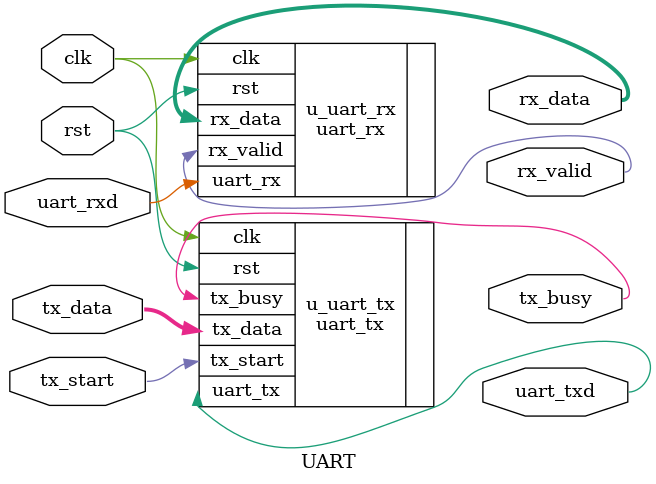
<source format=v>
module UART #(
    parameter CLK_FREQ = 200000000,     // 系统时钟频率 200MHz
    parameter BAUD_RATE = 115200        // 波特率 115200
)(
    // 系统信号
    input           clk,                // 系统时钟 200MHz
    input           rst,                // 高电平复位
    
    // UART物理接口
    input           uart_rxd,           // UART接收引脚
    output          uart_txd,           // UART发送引脚
    
    // 发送接口
    input   [31:0]  tx_data,            // 要发送的数据 (32位)
    input           tx_start,           // 发送启动信号(脉冲)
    output          tx_busy,            // 发送忙信号
    
    // 接收接口
    output  [31:0]  rx_data,            // 接收到的数据 (32位)
    output          rx_valid            // 接收数据有效信号(脉冲)
);

    // -------------------------------------------------------------------------
    // 实例化 UART 发送模块
    // -------------------------------------------------------------------------
    uart_tx #(
        .CLK_FREQ   (CLK_FREQ),
        .BAUD_RATE  (BAUD_RATE)
    ) u_uart_tx (
        .clk        (clk),
        .rst        (rst),
        .tx_data    (tx_data),
        .tx_start   (tx_start),
        .tx_busy    (tx_busy),
        .uart_tx    (uart_txd)
    );

    // -------------------------------------------------------------------------
    // 实例化 UART 接收模块
    // -------------------------------------------------------------------------
    uart_rx #(
        .CLK_FREQ   (CLK_FREQ),
        .BAUD_RATE  (BAUD_RATE)
    ) u_uart_rx (
        .clk        (clk),
        .rst        (rst),
        .uart_rx    (uart_rxd),
        .rx_data    (rx_data),
        .rx_valid   (rx_valid)
    );

endmodule

</source>
